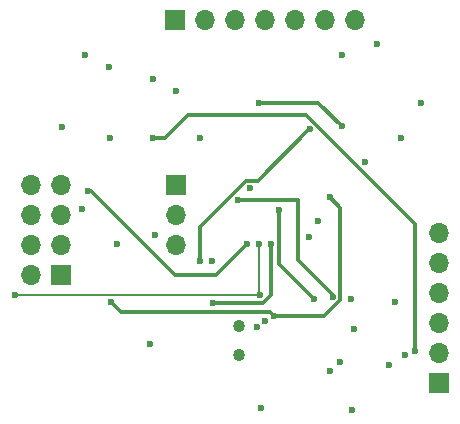
<source format=gbr>
%TF.GenerationSoftware,KiCad,Pcbnew,8.0.4*%
%TF.CreationDate,2024-11-27T18:51:44-06:00*%
%TF.ProjectId,TempReader_w_I2C.kicad_sch,54656d70-5265-4616-9465-725f775f4932,rev?*%
%TF.SameCoordinates,Original*%
%TF.FileFunction,Copper,L4,Bot*%
%TF.FilePolarity,Positive*%
%FSLAX46Y46*%
G04 Gerber Fmt 4.6, Leading zero omitted, Abs format (unit mm)*
G04 Created by KiCad (PCBNEW 8.0.4) date 2024-11-27 18:51:44*
%MOMM*%
%LPD*%
G01*
G04 APERTURE LIST*
%TA.AperFunction,ComponentPad*%
%ADD10R,1.700000X1.700000*%
%TD*%
%TA.AperFunction,ComponentPad*%
%ADD11O,1.700000X1.700000*%
%TD*%
%TA.AperFunction,ComponentPad*%
%ADD12C,1.030000*%
%TD*%
%TA.AperFunction,ViaPad*%
%ADD13C,0.600000*%
%TD*%
%TA.AperFunction,Conductor*%
%ADD14C,0.300000*%
%TD*%
%TA.AperFunction,Conductor*%
%ADD15C,0.200000*%
%TD*%
G04 APERTURE END LIST*
D10*
%TO.P,J2,1,Pin_1*%
%TO.N,unconnected-(J2-Pin_1-Pad1)*%
X169920000Y-73000000D03*
D11*
%TO.P,J2,2,Pin_2*%
%TO.N,unconnected-(J2-Pin_2-Pad2)*%
X172460000Y-73000000D03*
%TO.P,J2,3,Pin_3*%
%TO.N,I2C_SDA*%
X175000000Y-73000000D03*
%TO.P,J2,4,Pin_4*%
%TO.N,I2C_SCL*%
X177540000Y-73000000D03*
%TO.P,J2,5,Pin_5*%
%TO.N,GND1*%
X180080000Y-73000000D03*
%TO.P,J2,6,Pin_6*%
%TO.N,unconnected-(J2-Pin_6-Pad6)*%
X182620000Y-73000000D03*
%TO.P,J2,7,Pin_7*%
%TO.N,+3V3*%
X185160000Y-73000000D03*
%TD*%
D10*
%TO.P,UART1,1,Pin_1*%
%TO.N,UART_TX*%
X170000000Y-87000000D03*
D11*
%TO.P,UART1,2,Pin_2*%
%TO.N,UART_RX*%
X170000000Y-89540000D03*
%TO.P,UART1,3,Pin_3*%
%TO.N,GND1*%
X170000000Y-92080000D03*
%TD*%
D12*
%TO.P,Y1,1,1*%
%TO.N,Net-(NRF24L01+1-XC2)*%
X175325000Y-98875000D03*
%TO.P,Y1,2,2*%
%TO.N,Net-(NRF24L01+1-XC1)*%
X175325000Y-101375000D03*
%TD*%
D10*
%TO.P,J1,1,Pin_1*%
%TO.N,NRF_IRQ*%
X160275000Y-94620000D03*
D11*
%TO.P,J1,2,Pin_2*%
%TO.N,SPI_MOSI*%
X157735000Y-94620000D03*
%TO.P,J1,3,Pin_3*%
%TO.N,CS_NRF*%
X160275000Y-92080000D03*
%TO.P,J1,4,Pin_4*%
%TO.N,+3V3*%
X157735000Y-92080000D03*
%TO.P,J1,5,Pin_5*%
%TO.N,GND1*%
X160275000Y-89540000D03*
%TO.P,J1,6,Pin_6*%
%TO.N,NRF_CE*%
X157735000Y-89540000D03*
%TO.P,J1,7,Pin_7*%
%TO.N,SPI_SCK*%
X160275000Y-87000000D03*
%TO.P,J1,8,Pin_8*%
%TO.N,SPI_MISO*%
X157735000Y-87000000D03*
%TD*%
D10*
%TO.P,NotSure1,1,Pin_1*%
%TO.N,unconnected-(NotSure1-Pin_1-Pad1)*%
X192250000Y-103700000D03*
D11*
%TO.P,NotSure1,2,Pin_2*%
%TO.N,NRST*%
X192250000Y-101160000D03*
%TO.P,NotSure1,3,Pin_3*%
%TO.N,SW_DIO*%
X192250000Y-98620000D03*
%TO.P,NotSure1,4,Pin_4*%
%TO.N,GND1*%
X192250000Y-96080000D03*
%TO.P,NotSure1,5,Pin_5*%
%TO.N,SW_CLK*%
X192250000Y-93540000D03*
%TO.P,NotSure1,6,Pin_6*%
%TO.N,+3V3*%
X192250000Y-91000000D03*
%TD*%
D13*
%TO.N,+3V3*%
X164350000Y-83025000D03*
X186000000Y-85000000D03*
X185075000Y-99125000D03*
X164300000Y-76975000D03*
X172000000Y-83000000D03*
X168000000Y-78000000D03*
X176250000Y-87250000D03*
X173000000Y-93400000D03*
X165000000Y-92000000D03*
X187000000Y-75000000D03*
X182000000Y-90000000D03*
X183890000Y-101925000D03*
X177550000Y-98500000D03*
X190720000Y-80030000D03*
%TO.N,GND1*%
X160350000Y-82025000D03*
X176800000Y-99000000D03*
X177180000Y-105820000D03*
X184000000Y-76000000D03*
X184800000Y-96600000D03*
X188025000Y-102225000D03*
X170000000Y-79000000D03*
X188480000Y-96830000D03*
X162300000Y-75975000D03*
X189325000Y-101375000D03*
X167740000Y-100430000D03*
X162000000Y-89000000D03*
X181250000Y-91350000D03*
X189000000Y-83000000D03*
X184915000Y-106045000D03*
X182974904Y-102710000D03*
X168190000Y-91160000D03*
%TO.N,SPI_SCK*%
X178700000Y-89100000D03*
X176000000Y-92000000D03*
X162500000Y-87500000D03*
X181653296Y-96581318D03*
%TO.N,SPI_MOSI*%
X178000000Y-92000000D03*
X173100000Y-96990000D03*
%TO.N,CS_NRF*%
X181315380Y-82234620D03*
X172000000Y-93400000D03*
%TO.N,NRF_CE*%
X183240380Y-96440380D03*
X175200000Y-88200000D03*
%TO.N,SPI_MISO*%
X177000000Y-92000000D03*
X156300000Y-96300000D03*
X177083568Y-96297120D03*
%TO.N,NRF_IRQ*%
X164460000Y-96897120D03*
X178300000Y-98087500D03*
X183000000Y-88000000D03*
%TO.N,I2C_SDA*%
X184000000Y-82000000D03*
X177000000Y-80000000D03*
%TO.N,NRST*%
X190250000Y-101000000D03*
X168000000Y-83000000D03*
%TD*%
D14*
%TO.N,+3V3*%
X157735000Y-92080000D02*
X157735000Y-92156296D01*
%TO.N,SPI_SCK*%
X176000000Y-92000000D02*
X173400000Y-94600000D01*
X162750000Y-87500000D02*
X162500000Y-87500000D01*
X173400000Y-94600000D02*
X169850000Y-94600000D01*
X169850000Y-94600000D02*
X162750000Y-87500000D01*
X178700000Y-89100000D02*
X178700000Y-89200000D01*
X178700000Y-93628022D02*
X178700000Y-89100000D01*
X181653296Y-96581318D02*
X178700000Y-93628022D01*
%TO.N,SPI_MOSI*%
X177352880Y-96947120D02*
X178000000Y-96300000D01*
X178000000Y-96300000D02*
X178000000Y-92000000D01*
X173100000Y-96990000D02*
X173142880Y-96947120D01*
X173142880Y-96947120D02*
X177352880Y-96947120D01*
%TO.N,CS_NRF*%
X176900000Y-86600000D02*
X175880761Y-86600000D01*
X181265380Y-82234620D02*
X176900000Y-86600000D01*
X172000000Y-90480761D02*
X172000000Y-93400000D01*
X175880761Y-86600000D02*
X172000000Y-90480761D01*
X181315380Y-82234620D02*
X181265380Y-82234620D01*
%TO.N,NRF_CE*%
X180300000Y-93300000D02*
X180300000Y-88200000D01*
X183240380Y-96240380D02*
X180300000Y-93300000D01*
X180300000Y-88200000D02*
X175200000Y-88200000D01*
X183240380Y-96440380D02*
X183240380Y-96240380D01*
D15*
%TO.N,SPI_MISO*%
X177083568Y-96297120D02*
X177002880Y-96216432D01*
X156402880Y-96297120D02*
X156400000Y-96300000D01*
X156300000Y-96300000D02*
X156300000Y-96400000D01*
X156400000Y-96300000D02*
X156300000Y-96300000D01*
X177083568Y-96297120D02*
X156402880Y-96297120D01*
X177002880Y-96216432D02*
X177002880Y-92002880D01*
X156300000Y-96400000D02*
X156300000Y-96400000D01*
X177002880Y-92002880D02*
X177000000Y-92000000D01*
D14*
%TO.N,NRF_IRQ*%
X165312880Y-97750000D02*
X177962500Y-97750000D01*
X178300000Y-98087500D02*
X182512500Y-98087500D01*
X177962500Y-97750000D02*
X178300000Y-98087500D01*
X183900000Y-96700000D02*
X183900000Y-88900000D01*
X183900000Y-88900000D02*
X183000000Y-88000000D01*
X182512500Y-98087500D02*
X183900000Y-96700000D01*
X164460000Y-96897120D02*
X165312880Y-97750000D01*
X178300000Y-98000000D02*
X178300000Y-98087500D01*
%TO.N,I2C_SDA*%
X182000000Y-80000000D02*
X184000000Y-82000000D01*
X177000000Y-80000000D02*
X182000000Y-80000000D01*
%TO.N,NRST*%
X190250000Y-90250000D02*
X181000000Y-81000000D01*
X190250000Y-101000000D02*
X190250000Y-90250000D01*
X181000000Y-81000000D02*
X171000000Y-81000000D01*
X171000000Y-81000000D02*
X169000000Y-83000000D01*
X169000000Y-83000000D02*
X168000000Y-83000000D01*
%TD*%
M02*

</source>
